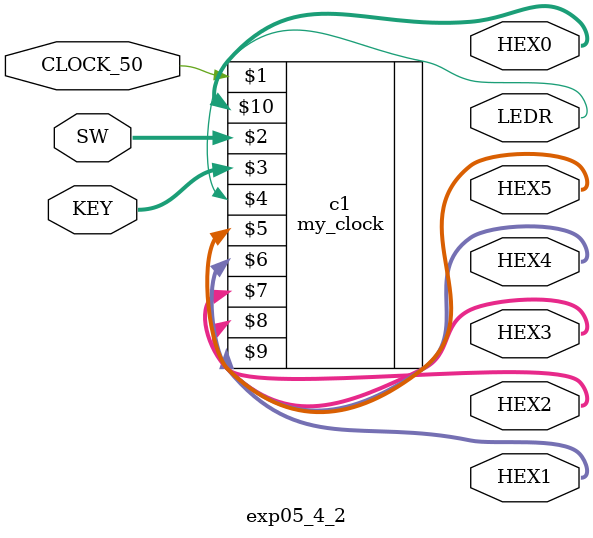
<source format=v>


module exp05_4_2(

	//////////// CLOCK //////////
	input 		          		CLOCK_50,

	//////////// KEY //////////
	input 		     [3:0]		KEY,

	//////////// SW //////////
	input 		     [9:0]		SW,

	//////////// LED //////////
	output		     [0:0] 		LEDR,

	//////////// Seg7 //////////
	output		     [6:0]		HEX0,
	output		     [6:0]		HEX1,
	output		     [6:0]		HEX2,
	output		     [6:0]		HEX3,
	output		     [6:0]		HEX4,
	output		     [6:0]		HEX5
);



//=======================================================
//  REG/WIRE declarations
//=======================================================

my_clock c1(CLOCK_50, SW, KEY, LEDR, 
	HEX5, HEX4, HEX3, HEX2, HEX1, HEX0);

//=======================================================
//  Structural coding
//=======================================================



endmodule

</source>
